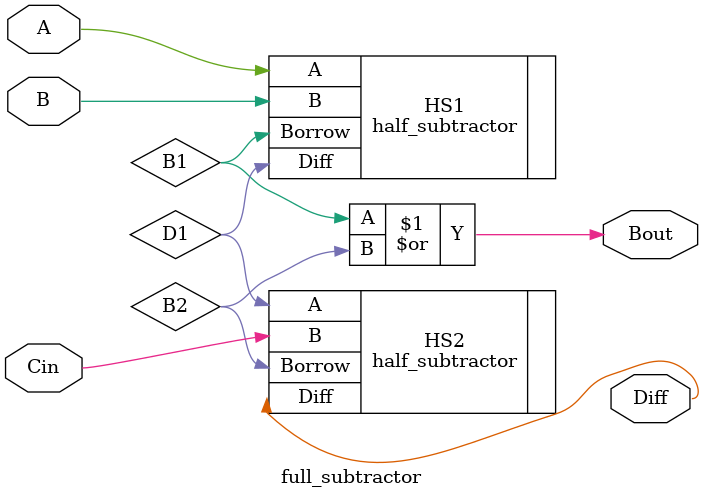
<source format=v>
module full_subtractor(
    input A, // Minuend
    input B, // Subtrahend
    input Cin, // Borrow input
    output Diff, // Difference
    output Bout // Borrow output
    );

    wire D1, B1, B2;
    
    // First half subtractor
    half_subtractor HS1(.A(A), .B(B), .Diff(D1), .Borrow(B1));
    
    // Second half subtractor
    half_subtractor HS2(.A(D1), .B(Cin), .Diff(Diff), .Borrow(B2));
    
    // OR gate to compute final borrow output
    assign Bout = B1 | B2;
endmodule



</source>
